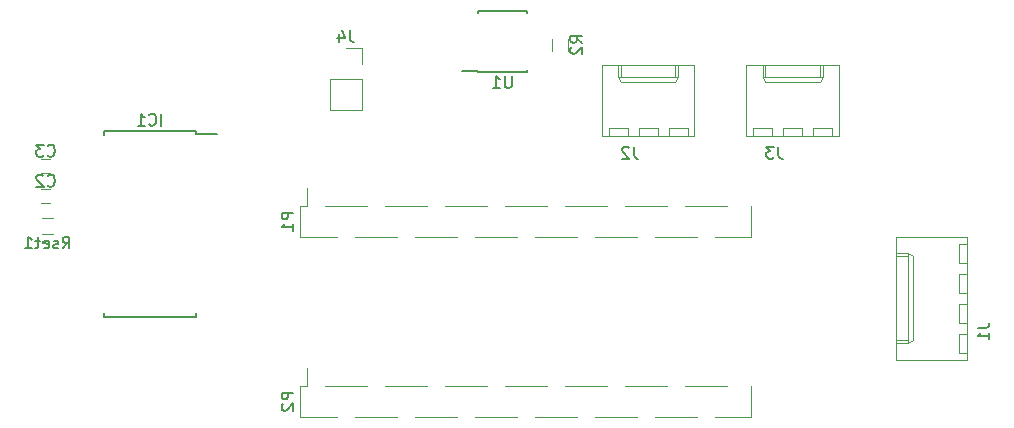
<source format=gbr>
G04 #@! TF.GenerationSoftware,KiCad,Pcbnew,(5.0.2)-1*
G04 #@! TF.CreationDate,2019-01-08T12:37:08+09:00*
G04 #@! TF.ProjectId,Caution Light Panel,43617574-696f-46e2-904c-696768742050,rev?*
G04 #@! TF.SameCoordinates,Original*
G04 #@! TF.FileFunction,Legend,Bot*
G04 #@! TF.FilePolarity,Positive*
%FSLAX46Y46*%
G04 Gerber Fmt 4.6, Leading zero omitted, Abs format (unit mm)*
G04 Created by KiCad (PCBNEW (5.0.2)-1) date 1/8/2019 12:37:08 PM*
%MOMM*%
%LPD*%
G01*
G04 APERTURE LIST*
%ADD10C,0.120000*%
%ADD11C,0.150000*%
G04 APERTURE END LIST*
D10*
G04 #@! TO.C,C2*
X109570000Y-87030000D02*
X108870000Y-87030000D01*
X108870000Y-88230000D02*
X109570000Y-88230000D01*
G04 #@! TO.C,C3*
X109570000Y-84490000D02*
X108870000Y-84490000D01*
X108870000Y-85690000D02*
X109570000Y-85690000D01*
D11*
G04 #@! TO.C,IC1*
X121935200Y-82142600D02*
X121935200Y-82417600D01*
X114185200Y-82142600D02*
X114185200Y-82507600D01*
X114185200Y-97892600D02*
X114185200Y-97527600D01*
X121935200Y-97892600D02*
X121935200Y-97527600D01*
X121935200Y-82142600D02*
X114185200Y-82142600D01*
X121935200Y-97892600D02*
X114185200Y-97892600D01*
X121935200Y-82417600D02*
X123760200Y-82417600D01*
D10*
G04 #@! TO.C,J1*
X187208100Y-101484100D02*
X181208100Y-101484100D01*
X181208100Y-101484100D02*
X181208100Y-91124100D01*
X181208100Y-91124100D02*
X187208100Y-91124100D01*
X187208100Y-91124100D02*
X187208100Y-101484100D01*
X181208100Y-100114100D02*
X182208100Y-100114100D01*
X182208100Y-100114100D02*
X182208100Y-92494100D01*
X182208100Y-92494100D02*
X181208100Y-92494100D01*
X182208100Y-100114100D02*
X182638100Y-99864100D01*
X182638100Y-99864100D02*
X182638100Y-92744100D01*
X182638100Y-92744100D02*
X182208100Y-92494100D01*
X181208100Y-99864100D02*
X182208100Y-99864100D01*
X181208100Y-92744100D02*
X182208100Y-92744100D01*
X187208100Y-100914100D02*
X186588100Y-100914100D01*
X186588100Y-100914100D02*
X186588100Y-99314100D01*
X186588100Y-99314100D02*
X187208100Y-99314100D01*
X187208100Y-98374100D02*
X186588100Y-98374100D01*
X186588100Y-98374100D02*
X186588100Y-96774100D01*
X186588100Y-96774100D02*
X187208100Y-96774100D01*
X187208100Y-95834100D02*
X186588100Y-95834100D01*
X186588100Y-95834100D02*
X186588100Y-94234100D01*
X186588100Y-94234100D02*
X187208100Y-94234100D01*
X187208100Y-93294100D02*
X186588100Y-93294100D01*
X186588100Y-93294100D02*
X186588100Y-91694100D01*
X186588100Y-91694100D02*
X187208100Y-91694100D01*
G04 #@! TO.C,J2*
X156338600Y-82534700D02*
X156338600Y-76534700D01*
X156338600Y-76534700D02*
X164158600Y-76534700D01*
X164158600Y-76534700D02*
X164158600Y-82534700D01*
X164158600Y-82534700D02*
X156338600Y-82534700D01*
X157708600Y-76534700D02*
X157708600Y-77534700D01*
X157708600Y-77534700D02*
X162788600Y-77534700D01*
X162788600Y-77534700D02*
X162788600Y-76534700D01*
X157708600Y-77534700D02*
X157958600Y-77964700D01*
X157958600Y-77964700D02*
X162538600Y-77964700D01*
X162538600Y-77964700D02*
X162788600Y-77534700D01*
X157958600Y-76534700D02*
X157958600Y-77534700D01*
X162538600Y-76534700D02*
X162538600Y-77534700D01*
X156908600Y-82534700D02*
X156908600Y-81914700D01*
X156908600Y-81914700D02*
X158508600Y-81914700D01*
X158508600Y-81914700D02*
X158508600Y-82534700D01*
X159448600Y-82534700D02*
X159448600Y-81914700D01*
X159448600Y-81914700D02*
X161048600Y-81914700D01*
X161048600Y-81914700D02*
X161048600Y-82534700D01*
X161988600Y-82534700D02*
X161988600Y-81914700D01*
X161988600Y-81914700D02*
X163588600Y-81914700D01*
X163588600Y-81914700D02*
X163588600Y-82534700D01*
G04 #@! TO.C,J3*
X168556000Y-82529620D02*
X168556000Y-76529620D01*
X168556000Y-76529620D02*
X176376000Y-76529620D01*
X176376000Y-76529620D02*
X176376000Y-82529620D01*
X176376000Y-82529620D02*
X168556000Y-82529620D01*
X169926000Y-76529620D02*
X169926000Y-77529620D01*
X169926000Y-77529620D02*
X175006000Y-77529620D01*
X175006000Y-77529620D02*
X175006000Y-76529620D01*
X169926000Y-77529620D02*
X170176000Y-77959620D01*
X170176000Y-77959620D02*
X174756000Y-77959620D01*
X174756000Y-77959620D02*
X175006000Y-77529620D01*
X170176000Y-76529620D02*
X170176000Y-77529620D01*
X174756000Y-76529620D02*
X174756000Y-77529620D01*
X169126000Y-82529620D02*
X169126000Y-81909620D01*
X169126000Y-81909620D02*
X170726000Y-81909620D01*
X170726000Y-81909620D02*
X170726000Y-82529620D01*
X171666000Y-82529620D02*
X171666000Y-81909620D01*
X171666000Y-81909620D02*
X173266000Y-81909620D01*
X173266000Y-81909620D02*
X173266000Y-82529620D01*
X174206000Y-82529620D02*
X174206000Y-81909620D01*
X174206000Y-81909620D02*
X175806000Y-81909620D01*
X175806000Y-81909620D02*
X175806000Y-82529620D01*
G04 #@! TO.C,J4*
X135975400Y-80341780D02*
X133315400Y-80341780D01*
X135975400Y-77741780D02*
X135975400Y-80341780D01*
X133315400Y-77741780D02*
X133315400Y-80341780D01*
X135975400Y-77741780D02*
X133315400Y-77741780D01*
X135975400Y-76471780D02*
X135975400Y-75141780D01*
X135975400Y-75141780D02*
X134645400Y-75141780D01*
G04 #@! TO.C,P1*
X130750000Y-88455000D02*
X130750000Y-91115000D01*
X168970000Y-88455000D02*
X168970000Y-91115000D01*
X130750000Y-91115000D02*
X133860000Y-91115000D01*
X131320000Y-88455000D02*
X131320000Y-86935000D01*
X130750000Y-88455000D02*
X131320000Y-88455000D01*
X168400000Y-91115000D02*
X168970000Y-91115000D01*
X135380000Y-91115000D02*
X138940000Y-91115000D01*
X140460000Y-91115000D02*
X144020000Y-91115000D01*
X145540000Y-91115000D02*
X149100000Y-91115000D01*
X150620000Y-91115000D02*
X154180000Y-91115000D01*
X155700000Y-91115000D02*
X159260000Y-91115000D01*
X160780000Y-91115000D02*
X164340000Y-91115000D01*
X165860000Y-91115000D02*
X168970000Y-91115000D01*
X132840000Y-88455000D02*
X136400000Y-88455000D01*
X137920000Y-88455000D02*
X141480000Y-88455000D01*
X143000000Y-88455000D02*
X146560000Y-88455000D01*
X148080000Y-88455000D02*
X151640000Y-88455000D01*
X153160000Y-88455000D02*
X156720000Y-88455000D01*
X158240000Y-88455000D02*
X161800000Y-88455000D01*
X163320000Y-88455000D02*
X166880000Y-88455000D01*
G04 #@! TO.C,P2*
X130750000Y-103695000D02*
X130750000Y-106355000D01*
X168970000Y-103695000D02*
X168970000Y-106355000D01*
X130750000Y-106355000D02*
X133860000Y-106355000D01*
X131320000Y-103695000D02*
X131320000Y-102175000D01*
X130750000Y-103695000D02*
X131320000Y-103695000D01*
X168400000Y-106355000D02*
X168970000Y-106355000D01*
X135380000Y-106355000D02*
X138940000Y-106355000D01*
X140460000Y-106355000D02*
X144020000Y-106355000D01*
X145540000Y-106355000D02*
X149100000Y-106355000D01*
X150620000Y-106355000D02*
X154180000Y-106355000D01*
X155700000Y-106355000D02*
X159260000Y-106355000D01*
X160780000Y-106355000D02*
X164340000Y-106355000D01*
X165860000Y-106355000D02*
X168970000Y-106355000D01*
X132840000Y-103695000D02*
X136400000Y-103695000D01*
X137920000Y-103695000D02*
X141480000Y-103695000D01*
X143000000Y-103695000D02*
X146560000Y-103695000D01*
X148080000Y-103695000D02*
X151640000Y-103695000D01*
X153160000Y-103695000D02*
X156720000Y-103695000D01*
X158240000Y-103695000D02*
X161800000Y-103695000D01*
X163320000Y-103695000D02*
X166880000Y-103695000D01*
G04 #@! TO.C,R2*
X152083220Y-74318060D02*
X152083220Y-75318060D01*
X153443220Y-75318060D02*
X153443220Y-74318060D01*
G04 #@! TO.C,Rset1*
X109890000Y-89490000D02*
X108890000Y-89490000D01*
X108890000Y-90850000D02*
X109890000Y-90850000D01*
D11*
G04 #@! TO.C,U1*
X145849540Y-77106220D02*
X145849540Y-77056220D01*
X149999540Y-77106220D02*
X149999540Y-76961220D01*
X149999540Y-71956220D02*
X149999540Y-72101220D01*
X145849540Y-71956220D02*
X145849540Y-72101220D01*
X145849540Y-77106220D02*
X149999540Y-77106220D01*
X145849540Y-71956220D02*
X149999540Y-71956220D01*
X145849540Y-77056220D02*
X144449540Y-77056220D01*
G04 #@! TO.C,C2*
X109386666Y-86737142D02*
X109434285Y-86784761D01*
X109577142Y-86832380D01*
X109672380Y-86832380D01*
X109815238Y-86784761D01*
X109910476Y-86689523D01*
X109958095Y-86594285D01*
X110005714Y-86403809D01*
X110005714Y-86260952D01*
X109958095Y-86070476D01*
X109910476Y-85975238D01*
X109815238Y-85880000D01*
X109672380Y-85832380D01*
X109577142Y-85832380D01*
X109434285Y-85880000D01*
X109386666Y-85927619D01*
X109005714Y-85927619D02*
X108958095Y-85880000D01*
X108862857Y-85832380D01*
X108624761Y-85832380D01*
X108529523Y-85880000D01*
X108481904Y-85927619D01*
X108434285Y-86022857D01*
X108434285Y-86118095D01*
X108481904Y-86260952D01*
X109053333Y-86832380D01*
X108434285Y-86832380D01*
G04 #@! TO.C,C3*
X109386666Y-84197142D02*
X109434285Y-84244761D01*
X109577142Y-84292380D01*
X109672380Y-84292380D01*
X109815238Y-84244761D01*
X109910476Y-84149523D01*
X109958095Y-84054285D01*
X110005714Y-83863809D01*
X110005714Y-83720952D01*
X109958095Y-83530476D01*
X109910476Y-83435238D01*
X109815238Y-83340000D01*
X109672380Y-83292380D01*
X109577142Y-83292380D01*
X109434285Y-83340000D01*
X109386666Y-83387619D01*
X109053333Y-83292380D02*
X108434285Y-83292380D01*
X108767619Y-83673333D01*
X108624761Y-83673333D01*
X108529523Y-83720952D01*
X108481904Y-83768571D01*
X108434285Y-83863809D01*
X108434285Y-84101904D01*
X108481904Y-84197142D01*
X108529523Y-84244761D01*
X108624761Y-84292380D01*
X108910476Y-84292380D01*
X109005714Y-84244761D01*
X109053333Y-84197142D01*
G04 #@! TO.C,IC1*
X119036390Y-81669980D02*
X119036390Y-80669980D01*
X117988771Y-81574742D02*
X118036390Y-81622361D01*
X118179247Y-81669980D01*
X118274485Y-81669980D01*
X118417342Y-81622361D01*
X118512580Y-81527123D01*
X118560200Y-81431885D01*
X118607819Y-81241409D01*
X118607819Y-81098552D01*
X118560200Y-80908076D01*
X118512580Y-80812838D01*
X118417342Y-80717600D01*
X118274485Y-80669980D01*
X118179247Y-80669980D01*
X118036390Y-80717600D01*
X117988771Y-80765219D01*
X117036390Y-81669980D02*
X117607819Y-81669980D01*
X117322104Y-81669980D02*
X117322104Y-80669980D01*
X117417342Y-80812838D01*
X117512580Y-80908076D01*
X117607819Y-80955695D01*
G04 #@! TO.C,J1*
X188140480Y-98780766D02*
X188854766Y-98780766D01*
X188997623Y-98733147D01*
X189092861Y-98637909D01*
X189140480Y-98495052D01*
X189140480Y-98399814D01*
X189140480Y-99780766D02*
X189140480Y-99209338D01*
X189140480Y-99495052D02*
X188140480Y-99495052D01*
X188283338Y-99399814D01*
X188378576Y-99304576D01*
X188426195Y-99209338D01*
G04 #@! TO.C,J2*
X159041933Y-83467080D02*
X159041933Y-84181366D01*
X159089552Y-84324223D01*
X159184790Y-84419461D01*
X159327647Y-84467080D01*
X159422885Y-84467080D01*
X158613361Y-83562319D02*
X158565742Y-83514700D01*
X158470504Y-83467080D01*
X158232409Y-83467080D01*
X158137171Y-83514700D01*
X158089552Y-83562319D01*
X158041933Y-83657557D01*
X158041933Y-83752795D01*
X158089552Y-83895652D01*
X158660980Y-84467080D01*
X158041933Y-84467080D01*
G04 #@! TO.C,J3*
X171259333Y-83462000D02*
X171259333Y-84176286D01*
X171306952Y-84319143D01*
X171402190Y-84414381D01*
X171545047Y-84462000D01*
X171640285Y-84462000D01*
X170878380Y-83462000D02*
X170259333Y-83462000D01*
X170592666Y-83842953D01*
X170449809Y-83842953D01*
X170354571Y-83890572D01*
X170306952Y-83938191D01*
X170259333Y-84033429D01*
X170259333Y-84271524D01*
X170306952Y-84366762D01*
X170354571Y-84414381D01*
X170449809Y-84462000D01*
X170735523Y-84462000D01*
X170830761Y-84414381D01*
X170878380Y-84366762D01*
G04 #@! TO.C,J4*
X134978733Y-73594160D02*
X134978733Y-74308446D01*
X135026352Y-74451303D01*
X135121590Y-74546541D01*
X135264447Y-74594160D01*
X135359685Y-74594160D01*
X134073971Y-73927494D02*
X134073971Y-74594160D01*
X134312066Y-73546541D02*
X134550161Y-74260827D01*
X133931114Y-74260827D01*
G04 #@! TO.C,P1*
X130202380Y-89046904D02*
X129202380Y-89046904D01*
X129202380Y-89427857D01*
X129250000Y-89523095D01*
X129297619Y-89570714D01*
X129392857Y-89618333D01*
X129535714Y-89618333D01*
X129630952Y-89570714D01*
X129678571Y-89523095D01*
X129726190Y-89427857D01*
X129726190Y-89046904D01*
X130202380Y-90570714D02*
X130202380Y-89999285D01*
X130202380Y-90285000D02*
X129202380Y-90285000D01*
X129345238Y-90189761D01*
X129440476Y-90094523D01*
X129488095Y-89999285D01*
G04 #@! TO.C,P2*
X130202380Y-104286904D02*
X129202380Y-104286904D01*
X129202380Y-104667857D01*
X129250000Y-104763095D01*
X129297619Y-104810714D01*
X129392857Y-104858333D01*
X129535714Y-104858333D01*
X129630952Y-104810714D01*
X129678571Y-104763095D01*
X129726190Y-104667857D01*
X129726190Y-104286904D01*
X129297619Y-105239285D02*
X129250000Y-105286904D01*
X129202380Y-105382142D01*
X129202380Y-105620238D01*
X129250000Y-105715476D01*
X129297619Y-105763095D01*
X129392857Y-105810714D01*
X129488095Y-105810714D01*
X129630952Y-105763095D01*
X130202380Y-105191666D01*
X130202380Y-105810714D01*
G04 #@! TO.C,R2*
X154665600Y-74651393D02*
X154189410Y-74318060D01*
X154665600Y-74079964D02*
X153665600Y-74079964D01*
X153665600Y-74460917D01*
X153713220Y-74556155D01*
X153760839Y-74603774D01*
X153856077Y-74651393D01*
X153998934Y-74651393D01*
X154094172Y-74603774D01*
X154141791Y-74556155D01*
X154189410Y-74460917D01*
X154189410Y-74079964D01*
X153760839Y-75032345D02*
X153713220Y-75079964D01*
X153665600Y-75175202D01*
X153665600Y-75413298D01*
X153713220Y-75508536D01*
X153760839Y-75556155D01*
X153856077Y-75603774D01*
X153951315Y-75603774D01*
X154094172Y-75556155D01*
X154665600Y-74984726D01*
X154665600Y-75603774D01*
G04 #@! TO.C,Rset1*
X110675714Y-92072380D02*
X111009047Y-91596190D01*
X111247142Y-92072380D02*
X111247142Y-91072380D01*
X110866190Y-91072380D01*
X110770952Y-91120000D01*
X110723333Y-91167619D01*
X110675714Y-91262857D01*
X110675714Y-91405714D01*
X110723333Y-91500952D01*
X110770952Y-91548571D01*
X110866190Y-91596190D01*
X111247142Y-91596190D01*
X110294761Y-92024761D02*
X110199523Y-92072380D01*
X110009047Y-92072380D01*
X109913809Y-92024761D01*
X109866190Y-91929523D01*
X109866190Y-91881904D01*
X109913809Y-91786666D01*
X110009047Y-91739047D01*
X110151904Y-91739047D01*
X110247142Y-91691428D01*
X110294761Y-91596190D01*
X110294761Y-91548571D01*
X110247142Y-91453333D01*
X110151904Y-91405714D01*
X110009047Y-91405714D01*
X109913809Y-91453333D01*
X109056666Y-92024761D02*
X109151904Y-92072380D01*
X109342380Y-92072380D01*
X109437619Y-92024761D01*
X109485238Y-91929523D01*
X109485238Y-91548571D01*
X109437619Y-91453333D01*
X109342380Y-91405714D01*
X109151904Y-91405714D01*
X109056666Y-91453333D01*
X109009047Y-91548571D01*
X109009047Y-91643809D01*
X109485238Y-91739047D01*
X108723333Y-91405714D02*
X108342380Y-91405714D01*
X108580476Y-91072380D02*
X108580476Y-91929523D01*
X108532857Y-92024761D01*
X108437619Y-92072380D01*
X108342380Y-92072380D01*
X107485238Y-92072380D02*
X108056666Y-92072380D01*
X107770952Y-92072380D02*
X107770952Y-91072380D01*
X107866190Y-91215238D01*
X107961428Y-91310476D01*
X108056666Y-91358095D01*
G04 #@! TO.C,U1*
X148686444Y-77483600D02*
X148686444Y-78293124D01*
X148638825Y-78388362D01*
X148591206Y-78435981D01*
X148495968Y-78483600D01*
X148305492Y-78483600D01*
X148210254Y-78435981D01*
X148162635Y-78388362D01*
X148115016Y-78293124D01*
X148115016Y-77483600D01*
X147115016Y-78483600D02*
X147686444Y-78483600D01*
X147400730Y-78483600D02*
X147400730Y-77483600D01*
X147495968Y-77626458D01*
X147591206Y-77721696D01*
X147686444Y-77769315D01*
G04 #@! TD*
M02*

</source>
